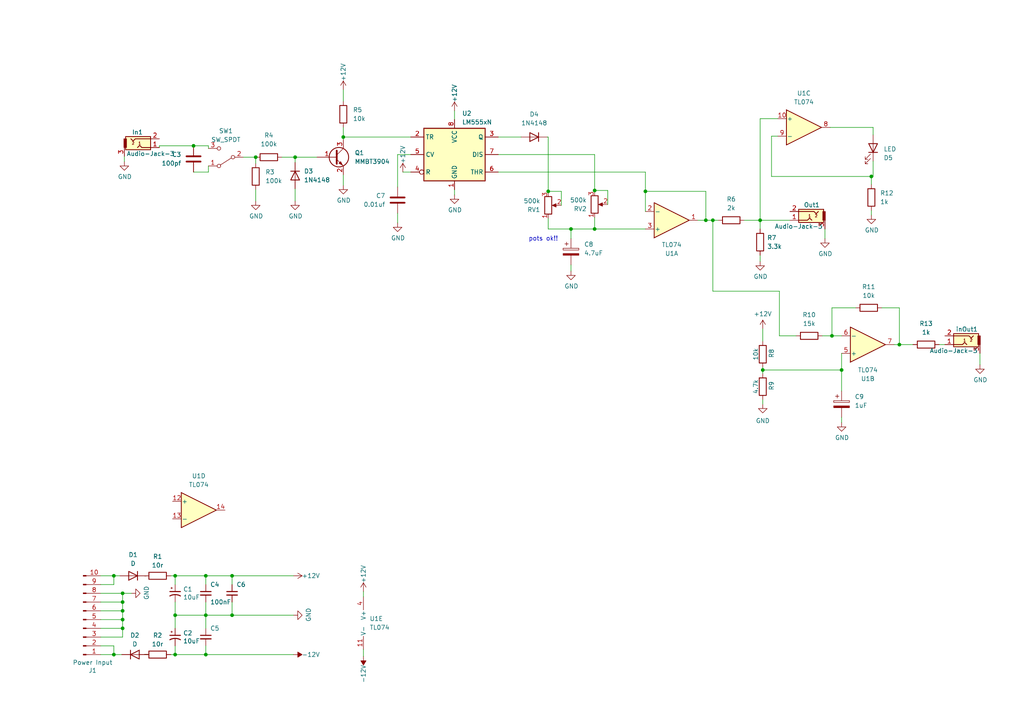
<source format=kicad_sch>
(kicad_sch (version 20230121) (generator eeschema)
  (paper "A4")
  (lib_symbols
    (symbol "Amplifier_Operational:TL074" (pin_names (offset 0.127))
      (property "Reference" "U" (at 0 5.08 0))
      (property "Value" "TL074" (at 0 -5.08 0))
      (symbol "TL074_1_1"
        (polyline (pts (xy -5.08 5.08) (xy 5.08 0) (xy -5.08 -5.08) (xy -5.08 5.08)) (stroke (width 0.254)) (fill (type background)))
        (pin output line (at 7.62 0 180) (length 2.54) (name "~") (number "1"))
        (pin input line (at -7.62 -2.54 0) (length 2.54) (name "-") (number "2"))
        (pin input line (at -7.62 2.54 0) (length 2.54) (name "+") (number "3"))
      )
      (symbol "TL074_2_1"
        (polyline (pts (xy -5.08 5.08) (xy 5.08 0) (xy -5.08 -5.08) (xy -5.08 5.08)) (stroke (width 0.254)) (fill (type background)))
        (pin input line (at -7.62 2.54 0) (length 2.54) (name "+") (number "5"))
        (pin input line (at -7.62 -2.54 0) (length 2.54) (name "-") (number "6"))
        (pin output line (at 7.62 0 180) (length 2.54) (name "~") (number "7"))
      )
      (symbol "TL074_3_1"
        (polyline (pts (xy -5.08 5.08) (xy 5.08 0) (xy -5.08 -5.08) (xy -5.08 5.08)) (stroke (width 0.254)) (fill (type background)))
        (pin input line (at -7.62 2.54 0) (length 2.54) (name "+") (number "10"))
        (pin output line (at 7.62 0 180) (length 2.54) (name "~") (number "8"))
        (pin input line (at -7.62 -2.54 0) (length 2.54) (name "-") (number "9"))
      )
      (symbol "TL074_4_1"
        (polyline (pts (xy -5.08 5.08) (xy 5.08 0) (xy -5.08 -5.08) (xy -5.08 5.08)) (stroke (width 0.254)) (fill (type background)))
        (pin input line (at -7.62 2.54 0) (length 2.54) (name "+") (number "12"))
        (pin input line (at -7.62 -2.54 0) (length 2.54) (name "-") (number "13"))
        (pin output line (at 7.62 0 180) (length 2.54) (name "~") (number "14"))
      )
      (symbol "TL074_5_1"
        (pin power_in line (at -2.54 -7.62 90) (length 3.81) (name "V-") (number "11"))
        (pin power_in line (at -2.54 7.62 270) (length 3.81) (name "V+") (number "4"))
      )
    )
    (symbol "BD1-rescue:Audio-Jack-3-BD1-rescue-2020-02-22-22-49-19" (pin_names (offset 1.016))
      (property "Reference" "J" (at -1.27 4.445 0))
      (property "Value" "BD1-rescue-2020-02-22-22-49-19_Audio-Jack-3" (at 2.54 -1.778 0))
      (symbol "Audio-Jack-3-BD1-rescue-2020-02-22-22-49-19_0_0"
        (text "1" (at -0.635 1.27 0) (effects (font (size 0.762 0.762))))
        (text "2" (at -2.54 1.27 0) (effects (font (size 0.762 0.762))))
      )
      (symbol "Audio-Jack-3-BD1-rescue-2020-02-22-22-49-19_0_1"
        (rectangle (start -4.699 3.175) (end 2.54 -0.635) (stroke (width 0.254)) (fill (type background)))
        (rectangle (start -4.445 0) (end -5.207 2.54) (fill (type outline)))
        (polyline (pts (xy -1.27 0) (xy -0.635 0.635) (xy 0 0) (xy 2.54 0)) (stroke (width 0.254)))
        (polyline (pts (xy 2.54 2.54) (xy -1.905 2.54) (xy -2.54 1.905) (xy -3.175 2.54)) (stroke (width 0.254)))
      )
      (symbol "Audio-Jack-3-BD1-rescue-2020-02-22-22-49-19_1_1"
        (pin passive line (at 5.08 0 180) (length 2.54) (name "~") (number "1"))
        (pin passive line (at 5.08 2.54 180) (length 2.54) (name "~") (number "2"))
        (pin passive line (at -5.08 -2.54 90) (length 2.54) (name "~") (number "3"))
      )
    )
    (symbol "Connector:Conn_01x10_Male" (pin_names (offset 1.016) hide)
      (property "Reference" "J" (at 0 12.7 0))
      (property "Value" "Conn_01x10_Male" (at 0 -15.24 0))
      (symbol "Conn_01x10_Male_1_1"
        (polyline (pts (xy 1.27 -12.7) (xy 0.8636 -12.7)) (stroke (width 0.1524)))
        (polyline (pts (xy 1.27 -10.16) (xy 0.8636 -10.16)) (stroke (width 0.1524)))
        (polyline (pts (xy 1.27 -7.62) (xy 0.8636 -7.62)) (stroke (width 0.1524)))
        (polyline (pts (xy 1.27 -5.08) (xy 0.8636 -5.08)) (stroke (width 0.1524)))
        (polyline (pts (xy 1.27 -2.54) (xy 0.8636 -2.54)) (stroke (width 0.1524)))
        (polyline (pts (xy 1.27 0) (xy 0.8636 0)) (stroke (width 0.1524)))
        (polyline (pts (xy 1.27 2.54) (xy 0.8636 2.54)) (stroke (width 0.1524)))
        (polyline (pts (xy 1.27 5.08) (xy 0.8636 5.08)) (stroke (width 0.1524)))
        (polyline (pts (xy 1.27 7.62) (xy 0.8636 7.62)) (stroke (width 0.1524)))
        (polyline (pts (xy 1.27 10.16) (xy 0.8636 10.16)) (stroke (width 0.1524)))
        (rectangle (start 0.8636 -12.573) (end 0 -12.827) (stroke (width 0.1524)) (fill (type outline)))
        (rectangle (start 0.8636 -10.033) (end 0 -10.287) (stroke (width 0.1524)) (fill (type outline)))
        (rectangle (start 0.8636 -7.493) (end 0 -7.747) (stroke (width 0.1524)) (fill (type outline)))
        (rectangle (start 0.8636 -4.953) (end 0 -5.207) (stroke (width 0.1524)) (fill (type outline)))
        (rectangle (start 0.8636 -2.413) (end 0 -2.667) (stroke (width 0.1524)) (fill (type outline)))
        (rectangle (start 0.8636 0.127) (end 0 -0.127) (stroke (width 0.1524)) (fill (type outline)))
        (rectangle (start 0.8636 2.667) (end 0 2.413) (stroke (width 0.1524)) (fill (type outline)))
        (rectangle (start 0.8636 5.207) (end 0 4.953) (stroke (width 0.1524)) (fill (type outline)))
        (rectangle (start 0.8636 7.747) (end 0 7.493) (stroke (width 0.1524)) (fill (type outline)))
        (rectangle (start 0.8636 10.287) (end 0 10.033) (stroke (width 0.1524)) (fill (type outline)))
        (pin passive line (at 5.08 10.16 180) (length 3.81) (name "Pin_1") (number "1"))
        (pin passive line (at 5.08 -12.7 180) (length 3.81) (name "Pin_10") (number "10"))
        (pin passive line (at 5.08 7.62 180) (length 3.81) (name "Pin_2") (number "2"))
        (pin passive line (at 5.08 5.08 180) (length 3.81) (name "Pin_3") (number "3"))
        (pin passive line (at 5.08 2.54 180) (length 3.81) (name "Pin_4") (number "4"))
        (pin passive line (at 5.08 0 180) (length 3.81) (name "Pin_5") (number "5"))
        (pin passive line (at 5.08 -2.54 180) (length 3.81) (name "Pin_6") (number "6"))
        (pin passive line (at 5.08 -5.08 180) (length 3.81) (name "Pin_7") (number "7"))
        (pin passive line (at 5.08 -7.62 180) (length 3.81) (name "Pin_8") (number "8"))
        (pin passive line (at 5.08 -10.16 180) (length 3.81) (name "Pin_9") (number "9"))
      )
    )
    (symbol "D_1" (pin_numbers hide) (pin_names (offset 1.016) hide)
      (property "Reference" "D" (at 0 2.54 0))
      (property "Value" "D" (at 0 -2.54 0))
      (symbol "D_1_0_1"
        (polyline (pts (xy -1.27 1.27) (xy -1.27 -1.27)) (stroke (width 0.254)))
        (polyline (pts (xy 1.27 0) (xy -1.27 0)))
        (polyline (pts (xy 1.27 1.27) (xy 1.27 -1.27) (xy -1.27 0) (xy 1.27 1.27)) (stroke (width 0.254)))
      )
      (symbol "D_1_1_1"
        (pin passive line (at -3.81 0 0) (length 2.54) (name "K") (number "1"))
        (pin passive line (at 3.81 0 180) (length 2.54) (name "A") (number "2"))
      )
    )
    (symbol "Device:C" (pin_numbers hide) (pin_names (offset 0.254))
      (property "Reference" "C" (at 0.635 2.54 0))
      (property "Value" "C" (at 0.635 -2.54 0))
      (symbol "C_0_1"
        (polyline (pts (xy -2.032 -0.762) (xy 2.032 -0.762)) (stroke (width 0.508)))
        (polyline (pts (xy -2.032 0.762) (xy 2.032 0.762)) (stroke (width 0.508)))
      )
      (symbol "C_1_1"
        (pin passive line (at 0 3.81 270) (length 2.794) (name "~") (number "1"))
        (pin passive line (at 0 -3.81 90) (length 2.794) (name "~") (number "2"))
      )
    )
    (symbol "Device:CP1_Small" (pin_numbers hide) (pin_names (offset 0.254) hide)
      (property "Reference" "C" (at 0.254 1.778 0))
      (property "Value" "Device_CP1_Small" (at 0.254 -2.032 0))
      (symbol "CP1_Small_0_1"
        (polyline (pts (xy -1.524 0.508) (xy 1.524 0.508)) (stroke (width 0.3048)))
        (polyline (pts (xy -1.27 1.524) (xy -0.762 1.524)))
        (polyline (pts (xy -1.016 1.27) (xy -1.016 1.778)))
        (arc (start 1.524 -0.762) (mid 0 -0.3734) (end -1.524 -0.762) (stroke (width 0.3048)))
      )
      (symbol "CP1_Small_1_1"
        (pin passive line (at 0 2.54 270) (length 2.032) (name "~") (number "1"))
        (pin passive line (at 0 -2.54 90) (length 2.032) (name "~") (number "2"))
      )
    )
    (symbol "Device:C_Polarized" (pin_numbers hide) (pin_names (offset 0.254))
      (property "Reference" "C" (at 0.635 2.54 0))
      (property "Value" "C_Polarized" (at 0.635 -2.54 0))
      (symbol "C_Polarized_0_1"
        (rectangle (start -2.286 0.508) (end 2.286 1.016))
        (polyline (pts (xy -1.778 2.286) (xy -0.762 2.286)))
        (polyline (pts (xy -1.27 2.794) (xy -1.27 1.778)))
        (rectangle (start 2.286 -0.508) (end -2.286 -1.016) (fill (type outline)))
      )
      (symbol "C_Polarized_1_1"
        (pin passive line (at 0 3.81 270) (length 2.794) (name "~") (number "1"))
        (pin passive line (at 0 -3.81 90) (length 2.794) (name "~") (number "2"))
      )
    )
    (symbol "Device:C_Small" (pin_numbers hide) (pin_names (offset 0.254) hide)
      (property "Reference" "C" (at 0.254 1.778 0))
      (property "Value" "C_Small" (at 0.254 -2.032 0))
      (symbol "C_Small_0_1"
        (polyline (pts (xy -1.524 -0.508) (xy 1.524 -0.508)) (stroke (width 0.3302)))
        (polyline (pts (xy -1.524 0.508) (xy 1.524 0.508)) (stroke (width 0.3048)))
      )
      (symbol "C_Small_1_1"
        (pin passive line (at 0 2.54 270) (length 2.032) (name "~") (number "1"))
        (pin passive line (at 0 -2.54 90) (length 2.032) (name "~") (number "2"))
      )
    )
    (symbol "Device:LED" (pin_numbers hide) (pin_names (offset 1.016) hide)
      (property "Reference" "D" (at 0 2.54 0))
      (property "Value" "LED" (at 0 -2.54 0))
      (symbol "LED_0_1"
        (polyline (pts (xy -1.27 -1.27) (xy -1.27 1.27)) (stroke (width 0.254)))
        (polyline (pts (xy -1.27 0) (xy 1.27 0)))
        (polyline (pts (xy 1.27 -1.27) (xy 1.27 1.27) (xy -1.27 0) (xy 1.27 -1.27)) (stroke (width 0.254)))
        (polyline (pts (xy -3.048 -0.762) (xy -4.572 -2.286) (xy -3.81 -2.286) (xy -4.572 -2.286) (xy -4.572 -1.524)))
        (polyline (pts (xy -1.778 -0.762) (xy -3.302 -2.286) (xy -2.54 -2.286) (xy -3.302 -2.286) (xy -3.302 -1.524)))
      )
      (symbol "LED_1_1"
        (pin passive line (at -3.81 0 0) (length 2.54) (name "K") (number "1"))
        (pin passive line (at 3.81 0 180) (length 2.54) (name "A") (number "2"))
      )
    )
    (symbol "Device:R" (pin_numbers hide) (pin_names (offset 0))
      (property "Reference" "R" (at 2.032 0 90))
      (property "Value" "R" (at 0 0 90))
      (symbol "R_0_1"
        (rectangle (start -1.016 -2.54) (end 1.016 2.54) (stroke (width 0.254)))
      )
      (symbol "R_1_1"
        (pin passive line (at 0 3.81 270) (length 1.27) (name "~") (number "1"))
        (pin passive line (at 0 -3.81 90) (length 1.27) (name "~") (number "2"))
      )
    )
    (symbol "Device:R_Potentiometer" (pin_names (offset 1.016) hide)
      (property "Reference" "RV" (at -4.445 0 90))
      (property "Value" "R_Potentiometer" (at -2.54 0 90))
      (symbol "R_Potentiometer_0_1"
        (polyline (pts (xy 2.54 0) (xy 1.524 0)))
        (polyline (pts (xy 1.143 0) (xy 2.286 0.508) (xy 2.286 -0.508) (xy 1.143 0)) (fill (type outline)))
        (rectangle (start 1.016 2.54) (end -1.016 -2.54) (stroke (width 0.254)))
      )
      (symbol "R_Potentiometer_1_1"
        (pin passive line (at 0 3.81 270) (length 1.27) (name "1") (number "1"))
        (pin passive line (at 3.81 0 180) (length 1.27) (name "2") (number "2"))
        (pin passive line (at 0 -3.81 90) (length 1.27) (name "3") (number "3"))
      )
    )
    (symbol "Diode:1N4148" (pin_numbers hide) (pin_names hide)
      (property "Reference" "D" (at 0 2.54 0))
      (property "Value" "1N4148" (at 0 -2.54 0))
      (symbol "1N4148_0_1"
        (polyline (pts (xy -1.27 1.27) (xy -1.27 -1.27)) (stroke (width 0.254)))
        (polyline (pts (xy 1.27 0) (xy -1.27 0)))
        (polyline (pts (xy 1.27 1.27) (xy 1.27 -1.27) (xy -1.27 0) (xy 1.27 1.27)) (stroke (width 0.254)))
      )
      (symbol "1N4148_1_1"
        (pin passive line (at -3.81 0 0) (length 2.54) (name "K") (number "1"))
        (pin passive line (at 3.81 0 180) (length 2.54) (name "A") (number "2"))
      )
    )
    (symbol "Switch:SW_SPDT" (pin_names (offset 0) hide)
      (property "Reference" "SW" (at 0 4.318 0))
      (property "Value" "SW_SPDT" (at 0 -5.08 0))
      (symbol "SW_SPDT_0_0"
        (circle (center -2.032 0) (radius 0.508))
        (circle (center 2.032 -2.54) (radius 0.508))
      )
      (symbol "SW_SPDT_0_1"
        (polyline (pts (xy -1.524 0.254) (xy 1.651 2.286)))
        (circle (center 2.032 2.54) (radius 0.508))
      )
      (symbol "SW_SPDT_1_1"
        (pin passive line (at 5.08 2.54 180) (length 2.54) (name "A") (number "1"))
        (pin passive line (at -5.08 0 0) (length 2.54) (name "B") (number "2"))
        (pin passive line (at 5.08 -2.54 180) (length 2.54) (name "C") (number "3"))
      )
    )
    (symbol "Timer:LM555xN"
      (property "Reference" "U" (at -10.16 8.89 0))
      (property "Value" "LM555xN" (at 2.54 8.89 0))
      (symbol "LM555xN_0_0"
        (pin power_in line (at 0 -10.16 90) (length 2.54) (name "GND") (number "1"))
        (pin power_in line (at 0 10.16 270) (length 2.54) (name "VCC") (number "8"))
      )
      (symbol "LM555xN_0_1"
        (rectangle (start -8.89 -7.62) (end 8.89 7.62) (stroke (width 0.254)) (fill (type background)))
        (rectangle (start -8.89 -7.62) (end 8.89 7.62) (stroke (width 0.254)) (fill (type background)))
      )
      (symbol "LM555xN_1_1"
        (pin input line (at -12.7 5.08 0) (length 3.81) (name "TR") (number "2"))
        (pin output line (at 12.7 5.08 180) (length 3.81) (name "Q") (number "3"))
        (pin input inverted (at -12.7 -5.08 0) (length 3.81) (name "R") (number "4"))
        (pin input line (at -12.7 0 0) (length 3.81) (name "CV") (number "5"))
        (pin input line (at 12.7 -5.08 180) (length 3.81) (name "THR") (number "6"))
        (pin input line (at 12.7 0 180) (length 3.81) (name "DIS") (number "7"))
      )
    )
    (symbol "Transistor_BJT:MMBT3904" (pin_names (offset 0) hide)
      (property "Reference" "Q" (at 5.08 1.905 0))
      (property "Value" "MMBT3904" (at 5.08 0 0))
      (symbol "MMBT3904_0_1"
        (polyline (pts (xy 0.635 0.635) (xy 2.54 2.54)))
        (polyline (pts (xy 0.635 -0.635) (xy 2.54 -2.54) (xy 2.54 -2.54)))
        (polyline (pts (xy 0.635 1.905) (xy 0.635 -1.905) (xy 0.635 -1.905)) (stroke (width 0.508)))
        (polyline (pts (xy 1.27 -1.778) (xy 1.778 -1.27) (xy 2.286 -2.286) (xy 1.27 -1.778) (xy 1.27 -1.778)) (fill (type outline)))
        (circle (center 1.27 0) (radius 2.8194) (stroke (width 0.254)))
      )
      (symbol "MMBT3904_1_1"
        (pin input line (at -5.08 0 0) (length 5.715) (name "B") (number "1"))
        (pin passive line (at 2.54 -5.08 90) (length 2.54) (name "E") (number "2"))
        (pin passive line (at 2.54 5.08 270) (length 2.54) (name "C") (number "3"))
      )
    )
    (symbol "power:+12V" (power) (pin_names (offset 0))
      (property "Value" "+12V" (at 0 3.556 0))
      (symbol "+12V_0_1"
        (polyline (pts (xy -0.762 1.27) (xy 0 2.54)))
        (polyline (pts (xy 0 0) (xy 0 2.54)))
        (polyline (pts (xy 0 2.54) (xy 0.762 1.27)))
      )
      (symbol "+12V_1_1"
        (pin power_in line (at 0 0 90) (length 0) hide (name "+12V") (number "1"))
      )
    )
    (symbol "power:-12V" (power) (pin_names (offset 0))
      (property "Value" "-12V" (at 0 3.81 0))
      (symbol "-12V_0_0"
        (pin power_in line (at 0 0 90) (length 0) hide (name "-12V") (number "1"))
      )
      (symbol "-12V_0_1"
        (polyline (pts (xy 0 0) (xy 0 1.27) (xy 0.762 1.27) (xy 0 2.54) (xy -0.762 1.27) (xy 0 1.27)) (fill (type outline)))
      )
    )
    (symbol "power:GND" (power) (pin_names (offset 0))
      (property "Value" "GND" (at 0 -3.81 0))
      (symbol "GND_0_1"
        (polyline (pts (xy 0 0) (xy 0 -1.27) (xy 1.27 -1.27) (xy 0 -2.54) (xy -1.27 -1.27) (xy 0 -1.27)))
      )
      (symbol "GND_1_1"
        (pin power_in line (at 0 0 270) (length 0) hide (name "GND") (number "1"))
      )
    )
  )
  (junction (at 252.73 51.181))
  (junction (at 221.234 107.315))
  (junction (at 241.3 97.409))
  (junction (at 35.56 179.705))
  (junction (at 35.56 172.085))
  (junction (at 59.69 178.435))
  (junction (at 56.134 42.291))
  (junction (at 187.198 55.499))
  (junction (at 206.756 63.881))
  (junction (at 67.31 178.435))
  (junction (at 50.8 167.005))
  (junction (at 50.8 178.435))
  (junction (at 172.466 66.421))
  (junction (at 33.02 189.865))
  (junction (at 244.094 107.315))
  (junction (at 50.8 189.865))
  (junction (at 33.02 167.005))
  (junction (at 59.69 189.865))
  (junction (at 67.31 167.005))
  (junction (at 59.69 167.005))
  (junction (at 99.568 39.751))
  (junction (at 204.724 63.881))
  (junction (at 35.56 177.165))
  (junction (at 74.168 45.593))
  (junction (at 35.56 182.245))
  (junction (at 159.004 55.499))
  (junction (at 260.858 99.949))
  (junction (at 220.472 63.881))
  (junction (at 35.56 174.625))
  (junction (at 85.598 45.593))
  (junction (at 165.608 66.421))
  (junction (at 172.466 55.245))
  (wire (pts (xy 248.158 89.281) (xy 241.3 89.281)))
  (wire (pts (xy 60.452 43.053) (xy 60.452 42.291)))
  (wire (pts (xy 172.466 66.421) (xy 172.466 63.119)))
  (wire (pts (xy 33.02 187.325) (xy 33.02 189.865)))
  (wire (pts (xy 74.168 45.593) (xy 74.168 47.371)))
  (wire (pts (xy 49.53 167.005) (xy 50.8 167.005)))
  (wire (pts (xy 60.452 49.911) (xy 60.452 48.133)))
  (wire (pts (xy 165.608 66.421) (xy 165.608 69.215)))
  (wire (pts (xy 172.466 55.245) (xy 176.276 55.245)))
  (wire (pts (xy 29.21 167.005) (xy 33.02 167.005)))
  (wire (pts (xy 264.795 99.949) (xy 260.858 99.949)))
  (wire (pts (xy 221.234 107.315) (xy 221.234 108.331)))
  (wire (pts (xy 29.21 172.085) (xy 35.56 172.085)))
  (wire (pts (xy 29.21 182.245) (xy 35.56 182.245)))
  (wire (pts (xy 29.21 184.785) (xy 35.56 184.785)))
  (wire (pts (xy 176.276 59.309) (xy 176.276 55.245)))
  (wire (pts (xy 162.814 59.563) (xy 162.814 55.499)))
  (wire (pts (xy 187.198 55.499) (xy 187.198 61.341)))
  (wire (pts (xy 105.41 188.341) (xy 105.41 190.373)))
  (wire (pts (xy 99.568 50.673) (xy 99.568 53.721)))
  (wire (pts (xy 38.1 172.085) (xy 35.56 172.085)))
  (wire (pts (xy 41.91 189.865) (xy 42.926 189.865)))
  (wire (pts (xy 238.506 97.409) (xy 241.3 97.409)))
  (wire (pts (xy 241.3 97.409) (xy 244.094 97.409)))
  (wire (pts (xy 99.568 26.035) (xy 99.568 29.337)))
  (wire (pts (xy 99.568 36.957) (xy 99.568 39.751)))
  (wire (pts (xy 99.568 39.751) (xy 119.126 39.751)))
  (wire (pts (xy 202.438 63.881) (xy 204.724 63.881)))
  (wire (pts (xy 144.526 49.911) (xy 187.198 49.911)))
  (wire (pts (xy 225.552 34.417) (xy 220.472 34.417)))
  (wire (pts (xy 226.06 84.455) (xy 206.756 84.455)))
  (wire (pts (xy 56.134 42.291) (xy 60.452 42.291)))
  (wire (pts (xy 239.268 66.421) (xy 239.268 69.215)))
  (wire (pts (xy 116.84 49.911) (xy 119.126 49.911)))
  (wire (pts (xy 29.21 174.625) (xy 35.56 174.625)))
  (wire (pts (xy 172.466 55.245) (xy 172.466 55.499)))
  (wire (pts (xy 260.858 89.281) (xy 260.858 99.949)))
  (wire (pts (xy 187.198 49.911) (xy 187.198 55.499)))
  (wire (pts (xy 115.316 44.831) (xy 115.316 54.229)))
  (wire (pts (xy 220.472 63.881) (xy 220.472 66.421)))
  (wire (pts (xy 35.56 172.085) (xy 35.56 174.625)))
  (wire (pts (xy 220.472 34.417) (xy 220.472 63.881)))
  (wire (pts (xy 260.858 99.949) (xy 259.334 99.949)))
  (wire (pts (xy 56.134 49.911) (xy 60.452 49.911)))
  (wire (pts (xy 50.8 187.325) (xy 50.8 189.865)))
  (wire (pts (xy 29.21 189.865) (xy 33.02 189.865)))
  (wire (pts (xy 172.466 44.831) (xy 172.466 55.245)))
  (wire (pts (xy 244.094 107.315) (xy 244.094 113.411)))
  (wire (pts (xy 244.094 102.489) (xy 244.094 107.315)))
  (wire (pts (xy 50.8 167.005) (xy 59.69 167.005)))
  (wire (pts (xy 255.778 89.281) (xy 260.858 89.281)))
  (wire (pts (xy 50.8 178.435) (xy 50.8 182.245)))
  (wire (pts (xy 159.004 39.751) (xy 159.004 55.499)))
  (wire (pts (xy 253.238 36.957) (xy 253.238 39.116)))
  (wire (pts (xy 206.756 63.881) (xy 208.28 63.881)))
  (wire (pts (xy 81.788 45.593) (xy 85.598 45.593)))
  (wire (pts (xy 33.02 189.865) (xy 35.306 189.865)))
  (wire (pts (xy 99.568 39.751) (xy 99.568 40.513)))
  (wire (pts (xy 206.756 84.455) (xy 206.756 63.881)))
  (wire (pts (xy 284.226 102.489) (xy 284.226 105.791)))
  (wire (pts (xy 131.826 32.131) (xy 131.826 34.671)))
  (wire (pts (xy 29.21 179.705) (xy 35.56 179.705)))
  (wire (pts (xy 165.608 66.421) (xy 172.466 66.421)))
  (wire (pts (xy 50.8 169.545) (xy 50.8 167.005)))
  (wire (pts (xy 33.02 167.005) (xy 34.798 167.005)))
  (wire (pts (xy 105.41 171.577) (xy 105.41 173.101)))
  (wire (pts (xy 223.774 51.181) (xy 223.774 39.497)))
  (wire (pts (xy 67.31 178.435) (xy 85.09 178.435)))
  (wire (pts (xy 220.472 63.881) (xy 229.108 63.881)))
  (wire (pts (xy 119.126 44.831) (xy 115.316 44.831)))
  (wire (pts (xy 35.56 184.785) (xy 35.56 182.245)))
  (wire (pts (xy 50.8 189.865) (xy 59.69 189.865)))
  (wire (pts (xy 220.472 74.041) (xy 220.472 75.819)))
  (wire (pts (xy 67.31 174.625) (xy 67.31 178.435)))
  (wire (pts (xy 144.526 39.751) (xy 151.13 39.751)))
  (wire (pts (xy 49.53 189.865) (xy 50.8 189.865)))
  (wire (pts (xy 59.69 189.865) (xy 85.09 189.865)))
  (wire (pts (xy 272.415 99.949) (xy 274.066 99.949)))
  (wire (pts (xy 158.75 39.751) (xy 159.004 39.751)))
  (wire (pts (xy 204.724 63.881) (xy 206.756 63.881)))
  (wire (pts (xy 29.21 187.325) (xy 33.02 187.325)))
  (wire (pts (xy 70.612 45.593) (xy 74.168 45.593)))
  (wire (pts (xy 46.228 42.291) (xy 46.228 42.799)))
  (wire (pts (xy 221.234 107.315) (xy 244.094 107.315)))
  (wire (pts (xy 59.69 178.435) (xy 59.69 182.245)))
  (wire (pts (xy 59.69 167.005) (xy 67.31 167.005)))
  (wire (pts (xy 252.73 51.181) (xy 252.73 53.467)))
  (wire (pts (xy 144.526 44.831) (xy 172.466 44.831)))
  (wire (pts (xy 33.02 169.545) (xy 33.02 167.005)))
  (wire (pts (xy 172.466 66.421) (xy 187.198 66.421)))
  (wire (pts (xy 59.69 187.325) (xy 59.69 189.865)))
  (wire (pts (xy 226.06 97.409) (xy 226.06 84.455)))
  (wire (pts (xy 159.004 66.421) (xy 165.608 66.421)))
  (wire (pts (xy 230.886 97.409) (xy 226.06 97.409)))
  (wire (pts (xy 223.774 39.497) (xy 225.552 39.497)))
  (wire (pts (xy 244.094 121.031) (xy 244.094 122.555)))
  (wire (pts (xy 85.598 47.117) (xy 85.598 45.593)))
  (wire (pts (xy 221.234 115.951) (xy 221.234 117.221)))
  (wire (pts (xy 59.69 178.435) (xy 67.31 178.435)))
  (wire (pts (xy 50.8 178.435) (xy 59.69 178.435)))
  (wire (pts (xy 67.31 169.545) (xy 67.31 167.005)))
  (wire (pts (xy 159.004 55.499) (xy 159.004 55.753)))
  (wire (pts (xy 67.31 167.005) (xy 85.09 167.005)))
  (wire (pts (xy 241.3 89.281) (xy 241.3 97.409)))
  (wire (pts (xy 36.068 45.339) (xy 36.068 46.863)))
  (wire (pts (xy 165.608 76.835) (xy 165.608 78.613)))
  (wire (pts (xy 253.238 51.181) (xy 252.73 51.181)))
  (wire (pts (xy 253.238 46.736) (xy 253.238 51.181)))
  (wire (pts (xy 115.316 61.849) (xy 115.316 64.643)))
  (wire (pts (xy 41.91 167.005) (xy 42.418 167.005)))
  (wire (pts (xy 29.21 169.545) (xy 33.02 169.545)))
  (wire (pts (xy 252.73 51.181) (xy 223.774 51.181)))
  (wire (pts (xy 35.56 174.625) (xy 35.56 177.165)))
  (wire (pts (xy 74.168 54.991) (xy 74.168 58.293)))
  (wire (pts (xy 85.598 54.737) (xy 85.598 58.293)))
  (wire (pts (xy 221.234 106.553) (xy 221.234 107.315)))
  (wire (pts (xy 252.73 61.087) (xy 252.73 62.357)))
  (wire (pts (xy 240.792 36.957) (xy 253.238 36.957)))
  (wire (pts (xy 56.134 42.291) (xy 46.228 42.291)))
  (wire (pts (xy 204.724 55.499) (xy 187.198 55.499)))
  (wire (pts (xy 35.56 182.245) (xy 35.56 179.705)))
  (wire (pts (xy 59.69 169.545) (xy 59.69 167.005)))
  (wire (pts (xy 221.234 95.377) (xy 221.234 98.933)))
  (wire (pts (xy 59.69 174.625) (xy 59.69 178.435)))
  (wire (pts (xy 162.814 55.499) (xy 159.004 55.499)))
  (wire (pts (xy 50.8 174.625) (xy 50.8 178.435)))
  (wire (pts (xy 131.826 54.991) (xy 131.826 56.515)))
  (wire (pts (xy 35.56 177.165) (xy 29.21 177.165)))
  (wire (pts (xy 215.9 63.881) (xy 220.472 63.881)))
  (wire (pts (xy 35.56 179.705) (xy 35.56 177.165)))
  (wire (pts (xy 204.724 63.881) (xy 204.724 55.499)))
  (wire (pts (xy 85.598 45.593) (xy 91.948 45.593)))
  (wire (pts (xy 159.004 63.373) (xy 159.004 66.421)))
  (text "pots ok!!" (at 153.289 70.104 0) (effects (font (size 1.27 1.27)) (justify left bottom)))
  (symbol (lib_id "Transistor_BJT:MMBT3904") (at 97.028 45.593 0) (unit 1)
    (property "Reference" "Q1" (at 102.87 44.323 0) (effects (justify left)))
    (property "Value" "MMBT3904" (at 102.87 46.863 0) (effects (justify left)))
    (property "Footprint" "Package_TO_SOT_SMD:SOT-23-3" (effects hide))
    (property "Datasheet" "https://www.onsemi.com/pdf/datasheet/pzt3904-d.pdf" (effects hide))
  )
  (symbol (lib_id "Connector:Conn_01x10_Male") (at 24.13 179.705 0) (mirror x) (unit 1)
    (property "Reference" "J1" (at 26.8732 194.4624 0))
    (property "Value" "Power Input" (at 26.8732 192.151 0))
    (property "Footprint" "Connector_IDC:IDC-Header_2x05_P2.54mm_Vertical" (effects hide))
  )
  (symbol (lib_id "power:+12V") (at 85.09 167.005 270) (unit 1)
    (property "Reference" "#PWR04" (effects hide))
    (property "Value" "+12V" (at 90.17 167.005 90))
  )
  (symbol (lib_id "Device:R") (at 220.472 70.231 0) (unit 1)
    (property "Reference" "R7" (at 222.504 68.961 0) (effects (justify left)))
    (property "Value" "3.3k" (at 222.504 71.501 0) (effects (justify left)))
    (property "Footprint" "Resistor_SMD:R_0603_1608Metric_Pad0.98x0.95mm_HandSolder" (effects hide))
  )
  (symbol (lib_id "Device:C_Polarized") (at 165.608 73.025 0) (unit 1)
    (property "Reference" "C8" (at 169.418 70.866 0) (effects (justify left)))
    (property "Value" "4.7uF" (at 169.418 73.406 0) (effects (justify left)))
    (property "Footprint" "Capacitor_SMD:C_0805_2012Metric_Pad1.18x1.45mm_HandSolder" (effects hide))
  )
  (symbol (lib_id "power:-12V") (at 85.09 189.865 270) (unit 1)
    (property "Reference" "#PWR06" (effects hide))
    (property "Value" "-12V" (at 90.17 189.865 90))
  )
  (symbol (lib_id "power:+12V") (at 105.41 171.577 0) (unit 1)
    (property "Reference" "#PWR010" (effects hide))
    (property "Value" "+12V" (at 105.41 166.497 90))
  )
  (symbol (lib_id "Switch:SW_SPDT") (at 65.532 45.593 180) (unit 1)
    (property "Reference" "SW1" (at 65.532 37.973 0))
    (property "Value" "SW_SPDT" (at 65.532 40.513 0))
    (property "Footprint" "0deS:colader" (effects hide))
  )
  (symbol (lib_id "power:+12V") (at 116.84 49.911 0) (unit 1)
    (property "Reference" "#PWR013" (effects hide))
    (property "Value" "+12V" (at 116.84 44.831 90))
  )
  (symbol (lib_id "Device:R") (at 99.568 33.147 180) (unit 1)
    (property "Reference" "R5" (at 102.362 31.877 0) (effects (justify right)))
    (property "Value" "10k" (at 102.362 34.417 0) (effects (justify right)))
    (property "Footprint" "Resistor_SMD:R_0603_1608Metric_Pad0.98x0.95mm_HandSolder" (effects hide))
  )
  (symbol (lib_id "Device:R_Potentiometer") (at 172.466 59.309 0) (mirror x) (unit 1)
    (property "Reference" "RV2" (at 170.18 60.579 0) (effects (justify right)))
    (property "Value" "500k" (at 170.18 58.039 0) (effects (justify right)))
    (property "Footprint" "0deS:PotGndPin1" (effects hide))
  )
  (symbol (lib_id "power:GND") (at 244.094 122.555 0) (unit 1)
    (property "Reference" "#PWR021" (effects hide))
    (property "Value" "GND" (at 244.221 126.9492 0))
  )
  (symbol (lib_id "power:GND") (at 36.068 46.863 0) (unit 1)
    (property "Reference" "#PWR01" (effects hide))
    (property "Value" "GND" (at 36.195 51.2572 0))
  )
  (symbol (lib_id "Device:R") (at 45.72 167.005 270) (unit 1)
    (property "Reference" "R1" (at 45.72 161.417 90))
    (property "Value" "10r" (at 45.72 163.957 90))
    (property "Footprint" "Resistor_SMD:R_0603_1608Metric_Pad0.98x0.95mm_HandSolder" (effects hide))
  )
  (symbol (lib_id "Device:C_Polarized") (at 244.094 117.221 0) (unit 1)
    (property "Reference" "C9" (at 247.904 115.062 0) (effects (justify left)))
    (property "Value" "1uF" (at 247.904 117.602 0) (effects (justify left)))
    (property "Footprint" "Capacitor_SMD:C_0805_2012Metric_Pad1.18x1.45mm_HandSolder" (effects hide))
  )
  (symbol (lib_id "power:GND") (at 74.168 58.293 0) (unit 1)
    (property "Reference" "#PWR03" (effects hide))
    (property "Value" "GND" (at 74.295 62.6872 0))
  )
  (symbol (lib_id "Device:R") (at 221.234 102.743 180) (unit 1)
    (property "Reference" "R8" (at 223.774 102.489 90))
    (property "Value" "10k" (at 219.202 102.743 90))
    (property "Footprint" "Resistor_SMD:R_0603_1608Metric_Pad0.98x0.95mm_HandSolder" (effects hide))
  )
  (symbol (lib_id "Diode:1N4148") (at 154.94 39.751 180) (unit 1)
    (property "Reference" "D4" (at 154.94 33.147 0))
    (property "Value" "1N4148" (at 154.94 35.687 0))
    (property "Footprint" "Diode_SMD:D_SOD-123" (effects hide))
    (property "Datasheet" "https://assets.nexperia.com/documents/data-sheet/1N4148_1N4448.pdf" (effects hide))
    (property "Sim.Device" "D" (effects hide))
    (property "Sim.Pins" "1=K 2=A" (effects hide))
  )
  (symbol (lib_id "Device:C_Small") (at 59.69 184.785 0) (unit 1)
    (property "Reference" "C5" (at 60.96 182.245 0) (effects (justify left)))
    (property "Value" "100nF" (effects hide))
    (property "Footprint" "Capacitor_SMD:C_0603_1608Metric_Pad1.08x0.95mm_HandSolder" (effects hide))
  )
  (symbol (lib_id "Device:R") (at 252.73 57.277 0) (unit 1)
    (property "Reference" "R12" (at 255.27 56.007 0) (effects (justify left)))
    (property "Value" "1k" (at 255.27 58.547 0) (effects (justify left)))
    (property "Footprint" "Resistor_SMD:R_0603_1608Metric_Pad0.98x0.95mm_HandSolder" (effects hide))
  )
  (symbol (lib_id "power:GND") (at 99.568 53.721 0) (unit 1)
    (property "Reference" "#PWR09" (effects hide))
    (property "Value" "GND" (at 99.695 58.1152 0))
  )
  (symbol (lib_id "power:+12V") (at 131.826 32.131 0) (unit 1)
    (property "Reference" "#PWR014" (effects hide))
    (property "Value" "+12V" (at 131.826 27.051 90))
  )
  (symbol (lib_id "Device:C_Small") (at 67.31 172.085 0) (unit 1)
    (property "Reference" "C6" (at 68.58 169.545 0) (effects (justify left)))
    (property "Value" "100nF" (effects hide))
    (property "Footprint" "Capacitor_SMD:C_0603_1608Metric_Pad1.08x0.95mm_HandSolder" (effects hide))
  )
  (symbol (lib_id "power:GND") (at 239.268 69.215 0) (unit 1)
    (property "Reference" "#PWR020" (effects hide))
    (property "Value" "GND" (at 239.395 73.6092 0))
  )
  (symbol (lib_id "Device:R_Potentiometer") (at 159.004 59.563 0) (mirror x) (unit 1)
    (property "Reference" "RV1" (at 156.718 60.833 0) (effects (justify right)))
    (property "Value" "500k" (at 156.718 58.293 0) (effects (justify right)))
    (property "Footprint" "0deS:PotGndPin1" (effects hide))
  )
  (symbol (lib_id "Device:R") (at 77.978 45.593 90) (unit 1)
    (property "Reference" "R4" (at 77.978 39.243 90))
    (property "Value" "100k" (at 77.978 41.783 90))
    (property "Footprint" "Resistor_SMD:R_0603_1608Metric_Pad0.98x0.95mm_HandSolder" (effects hide))
  )
  (symbol (lib_id "power:GND") (at 221.234 117.221 0) (unit 1)
    (property "Reference" "#PWR019" (effects hide))
    (property "Value" "GND" (at 221.234 122.047 0))
  )
  (symbol (lib_id "power:GND") (at 85.09 178.435 90) (unit 1)
    (property "Reference" "#PWR05" (effects hide))
    (property "Value" "GND" (at 89.4842 178.308 0))
  )
  (symbol (lib_id "Amplifier_Operational:TL074") (at 194.818 63.881 0) (mirror x) (unit 1)
    (property "Reference" "U1" (at 194.818 73.533 0))
    (property "Value" "TL074" (at 194.818 70.993 0))
    (property "Footprint" "0deS:SOP-14" (effects hide))
    (property "Datasheet" "http://www.ti.com/lit/ds/symlink/tl071.pdf" (effects hide))
  )
  (symbol (lib_id "Device:R") (at 45.72 189.865 270) (unit 1)
    (property "Reference" "R2" (at 45.72 184.277 90))
    (property "Value" "10r" (at 45.72 186.817 90))
    (property "Footprint" "Resistor_SMD:R_0603_1608Metric_Pad0.98x0.95mm_HandSolder" (effects hide))
  )
  (symbol (lib_id "BD1-rescue:Audio-Jack-3-BD1-rescue-2020-02-22-22-49-19") (at 234.188 63.881 0) (mirror y) (unit 1)
    (property "Reference" "Out1" (at 235.458 59.436 0))
    (property "Value" "Audio-Jack-3" (at 231.648 65.659 0))
    (property "Footprint" "0deS:jack3.5vertical" (effects hide))
  )
  (symbol (lib_id "power:-12V") (at 105.41 190.373 180) (unit 1)
    (property "Reference" "#PWR011" (effects hide))
    (property "Value" "-12V" (at 105.41 195.453 90))
  )
  (symbol (lib_id "power:GND") (at 165.608 78.613 0) (unit 1)
    (property "Reference" "#PWR016" (effects hide))
    (property "Value" "GND" (at 165.735 83.0072 0))
  )
  (symbol (lib_id "Timer:LM555xN") (at 131.826 44.831 0) (unit 1)
    (property "Reference" "U2" (at 134.0201 32.893 0) (effects (justify left)))
    (property "Value" "LM555xN" (at 134.0201 35.433 0) (effects (justify left)))
    (property "Footprint" "Package_SO:SOP-8_3.76x4.96mm_P1.27mm" (effects hide))
    (property "Datasheet" "http://www.ti.com/lit/ds/symlink/lm555.pdf" (effects hide))
  )
  (symbol (lib_id "power:GND") (at 115.316 64.643 0) (unit 1)
    (property "Reference" "#PWR012" (effects hide))
    (property "Value" "GND" (at 115.443 69.0372 0))
  )
  (symbol (lib_id "power:+12V") (at 99.568 26.035 0) (unit 1)
    (property "Reference" "#PWR08" (effects hide))
    (property "Value" "+12V" (at 99.568 20.955 90))
  )
  (symbol (lib_name "D_1") (lib_id "Device:D") (at 39.116 189.865 0) (unit 1)
    (property "Reference" "D2" (at 39.116 184.277 0))
    (property "Value" "D" (at 39.116 186.817 0))
    (property "Footprint" "Diode_SMD:D_SOD-123" (effects hide))
    (property "Sim.Device" "D" (effects hide))
    (property "Sim.Pins" "1=K 2=A" (effects hide))
  )
  (symbol (lib_id "power:+12V") (at 221.234 95.377 0) (unit 1)
    (property "Reference" "#PWR018" (effects hide))
    (property "Value" "+12V" (at 221.234 91.059 0))
  )
  (symbol (lib_id "BD1-rescue:Audio-Jack-3-BD1-rescue-2020-02-22-22-49-19") (at 41.148 42.799 0) (unit 1)
    (property "Reference" "In1" (at 39.878 38.354 0))
    (property "Value" "Audio-Jack-3" (at 43.688 44.577 0))
    (property "Footprint" "0deS:jack3.5vertical" (effects hide))
  )
  (symbol (lib_id "power:GND") (at 131.826 56.515 0) (unit 1)
    (property "Reference" "#PWR015" (effects hide))
    (property "Value" "GND" (at 131.953 60.9092 0))
  )
  (symbol (lib_id "Amplifier_Operational:TL074") (at 107.95 180.721 0) (unit 5)
    (property "Reference" "U1" (at 107.188 179.451 0) (effects (justify left)))
    (property "Value" "TL074" (at 107.188 181.991 0) (effects (justify left)))
    (property "Footprint" "0deS:SOP-14" (effects hide))
    (property "Datasheet" "http://www.ti.com/lit/ds/symlink/tl071.pdf" (effects hide))
  )
  (symbol (lib_id "power:GND") (at 284.226 105.791 0) (unit 1)
    (property "Reference" "#PWR023" (effects hide))
    (property "Value" "GND" (at 284.353 110.1852 0))
  )
  (symbol (lib_id "Device:C_Small") (at 59.69 172.085 0) (unit 1)
    (property "Reference" "C4" (at 60.96 169.545 0) (effects (justify left)))
    (property "Value" "100nF" (at 60.96 174.625 0) (effects (justify left)))
    (property "Footprint" "Capacitor_SMD:C_0603_1608Metric_Pad1.08x0.95mm_HandSolder" (effects hide))
  )
  (symbol (lib_id "Device:R") (at 221.234 112.141 180) (unit 1)
    (property "Reference" "R9" (at 223.774 111.887 90))
    (property "Value" "4.7k" (at 219.202 112.141 90))
    (property "Footprint" "Resistor_SMD:R_0603_1608Metric_Pad0.98x0.95mm_HandSolder" (effects hide))
  )
  (symbol (lib_id "power:GND") (at 252.73 62.357 0) (unit 1)
    (property "Reference" "#PWR022" (effects hide))
    (property "Value" "GND" (at 252.857 66.7512 0))
  )
  (symbol (lib_id "Device:R") (at 268.605 99.949 270) (unit 1)
    (property "Reference" "R13" (at 268.605 93.853 90))
    (property "Value" "1k" (at 268.605 96.393 90))
    (property "Footprint" "Resistor_SMD:R_0603_1608Metric_Pad0.98x0.95mm_HandSolder" (effects hide))
  )
  (symbol (lib_id "Device:CP1_Small") (at 50.8 172.085 0) (unit 1)
    (property "Reference" "C1" (at 53.1114 170.9166 0) (effects (justify left)))
    (property "Value" "10uF" (at 53.1114 173.228 0) (effects (justify left)))
    (property "Footprint" "Capacitor_SMD:C_0805_2012Metric_Pad1.18x1.45mm_HandSolder" (effects hide))
    (property "Comment " "Electrolytic cap" (effects hide))
  )
  (symbol (lib_id "power:GND") (at 220.472 75.819 0) (unit 1)
    (property "Reference" "#PWR017" (effects hide))
    (property "Value" "GND" (at 220.599 80.2132 0))
  )
  (symbol (lib_id "BD1-rescue:Audio-Jack-3-BD1-rescue-2020-02-22-22-49-19") (at 279.146 99.949 0) (mirror y) (unit 1)
    (property "Reference" "inOut1" (at 280.416 95.504 0))
    (property "Value" "Audio-Jack-3" (at 276.606 101.727 0))
    (property "Footprint" "0deS:jack3.5vertical" (effects hide))
  )
  (symbol (lib_id "Amplifier_Operational:TL074") (at 57.658 147.955 0) (unit 4)
    (property "Reference" "U1" (at 57.658 138.049 0))
    (property "Value" "TL074" (at 57.658 140.589 0))
    (property "Footprint" "0deS:SOP-14" (effects hide))
    (property "Datasheet" "http://www.ti.com/lit/ds/symlink/tl071.pdf" (effects hide))
  )
  (symbol (lib_id "Device:R") (at 234.696 97.409 270) (unit 1)
    (property "Reference" "R10" (at 234.696 91.313 90))
    (property "Value" "15k" (at 234.696 93.853 90))
    (property "Footprint" "Resistor_SMD:R_0603_1608Metric_Pad0.98x0.95mm_HandSolder" (effects hide))
  )
  (symbol (lib_id "Device:C") (at 56.134 46.101 0) (mirror y) (unit 1)
    (property "Reference" "C3" (at 52.578 44.831 0) (effects (justify left)))
    (property "Value" "100pf" (at 52.578 47.371 0) (effects (justify left)))
    (property "Footprint" "Capacitor_SMD:C_0603_1608Metric_Pad1.08x0.95mm_HandSolder" (effects hide))
  )
  (symbol (lib_id "power:GND") (at 38.1 172.085 90) (unit 1)
    (property "Reference" "#PWR02" (effects hide))
    (property "Value" "GND" (at 42.4942 171.958 0))
  )
  (symbol (lib_name "D_1") (lib_id "Device:D") (at 38.608 167.005 180) (unit 1)
    (property "Reference" "D1" (at 38.608 160.909 0))
    (property "Value" "D" (at 38.608 163.449 0))
    (property "Footprint" "Diode_SMD:D_SOD-123" (effects hide))
    (property "Sim.Device" "D" (effects hide))
    (property "Sim.Pins" "1=K 2=A" (effects hide))
  )
  (symbol (lib_id "Device:R") (at 212.09 63.881 270) (unit 1)
    (property "Reference" "R6" (at 212.09 57.785 90))
    (property "Value" "2k" (at 212.09 60.325 90))
    (property "Footprint" "Resistor_SMD:R_0603_1608Metric_Pad0.98x0.95mm_HandSolder" (effects hide))
  )
  (symbol (lib_id "Device:R") (at 251.968 89.281 270) (unit 1)
    (property "Reference" "R11" (at 251.968 83.185 90))
    (property "Value" "10k" (at 251.968 85.725 90))
    (property "Footprint" "Resistor_SMD:R_0603_1608Metric_Pad0.98x0.95mm_HandSolder" (effects hide))
  )
  (symbol (lib_id "Amplifier_Operational:TL074") (at 233.172 36.957 0) (unit 3)
    (property "Reference" "U1" (at 233.172 27.051 0))
    (property "Value" "TL074" (at 233.172 29.591 0))
    (property "Footprint" "0deS:SOP-14" (effects hide))
    (property "Datasheet" "http://www.ti.com/lit/ds/symlink/tl071.pdf" (effects hide))
  )
  (symbol (lib_id "Amplifier_Operational:TL074") (at 251.714 99.949 0) (mirror x) (unit 2)
    (property "Reference" "U1" (at 251.714 109.855 0))
    (property "Value" "TL074" (at 251.714 107.315 0))
    (property "Footprint" "0deS:SOP-14" (effects hide))
    (property "Datasheet" "http://www.ti.com/lit/ds/symlink/tl071.pdf" (effects hide))
  )
  (symbol (lib_id "Device:R") (at 74.168 51.181 180) (unit 1)
    (property "Reference" "R3" (at 76.962 49.911 0) (effects (justify right)))
    (property "Value" "100k" (at 76.962 52.451 0) (effects (justify right)))
    (property "Footprint" "Resistor_SMD:R_0603_1608Metric_Pad0.98x0.95mm_HandSolder" (effects hide))
  )
  (symbol (lib_id "Diode:1N4148") (at 85.598 50.927 270) (unit 1)
    (property "Reference" "D3" (at 88.138 49.657 90) (effects (justify left)))
    (property "Value" "1N4148" (at 88.138 52.197 90) (effects (justify left)))
    (property "Footprint" "Diode_SMD:D_SOD-123" (effects hide))
    (property "Datasheet" "https://assets.nexperia.com/documents/data-sheet/1N4148_1N4448.pdf" (effects hide))
    (property "Sim.Device" "D" (effects hide))
    (property "Sim.Pins" "1=K 2=A" (effects hide))
  )
  (symbol (lib_id "Device:C") (at 115.316 58.039 0) (mirror y) (unit 1)
    (property "Reference" "C7" (at 111.76 56.769 0) (effects (justify left)))
    (property "Value" "0.01uf" (at 111.76 59.309 0) (effects (justify left)))
    (property "Footprint" "Capacitor_SMD:C_0603_1608Metric_Pad1.08x0.95mm_HandSolder" (effects hide))
  )
  (symbol (lib_id "power:GND") (at 85.598 58.293 0) (unit 1)
    (property "Reference" "#PWR07" (effects hide))
    (property "Value" "GND" (at 85.725 62.6872 0))
  )
  (symbol (lib_id "Device:CP1_Small") (at 50.8 184.785 0) (unit 1)
    (property "Reference" "C2" (at 53.1114 183.6166 0) (effects (justify left)))
    (property "Value" "10uF" (at 53.1114 185.928 0) (effects (justify left)))
    (property "Footprint" "Capacitor_SMD:C_0805_2012Metric_Pad1.18x1.45mm_HandSolder" (effects hide))
    (property "Comment " "Electrolytic cap" (effects hide))
  )
  (symbol (lib_id "Device:LED") (at 253.238 42.926 270) (mirror x) (unit 1)
    (property "Reference" "D5" (at 256.286 45.7835 90) (effects (justify left)))
    (property "Value" "LED" (at 256.286 43.2435 90) (effects (justify left)))
    (property "Footprint" "LED_THT:LED_D3.0mm_Clear" (effects hide))
  )
)
</source>
